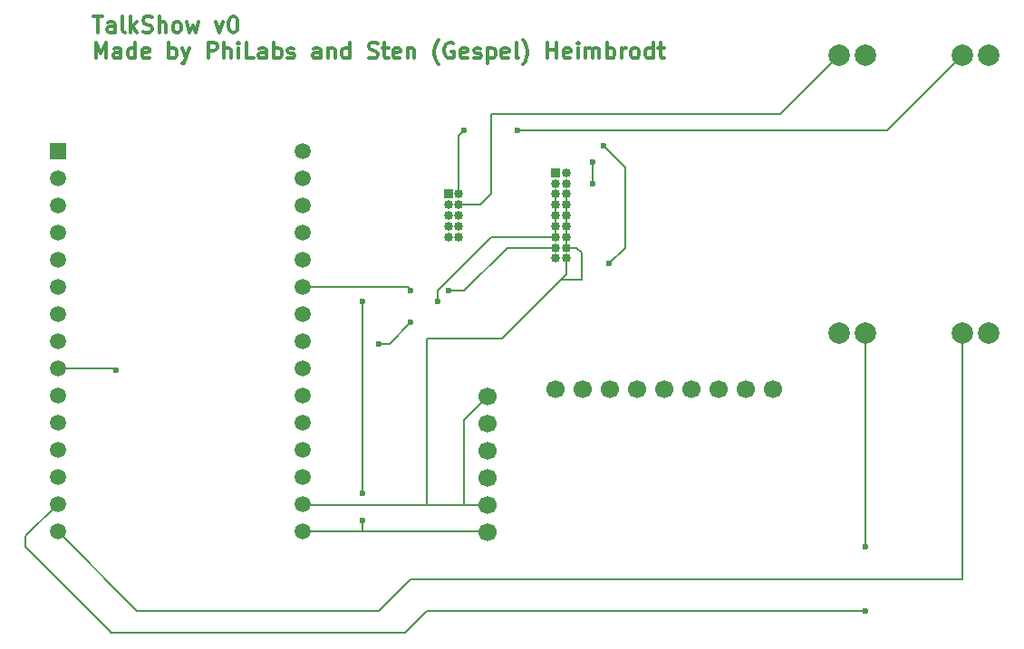
<source format=gbr>
%TF.GenerationSoftware,KiCad,Pcbnew,9.0.2*%
%TF.CreationDate,2025-07-06T16:22:29+02:00*%
%TF.ProjectId,TalkShow,54616c6b-5368-46f7-972e-6b696361645f,rev?*%
%TF.SameCoordinates,Original*%
%TF.FileFunction,Copper,L1,Top*%
%TF.FilePolarity,Positive*%
%FSLAX46Y46*%
G04 Gerber Fmt 4.6, Leading zero omitted, Abs format (unit mm)*
G04 Created by KiCad (PCBNEW 9.0.2) date 2025-07-06 16:22:29*
%MOMM*%
%LPD*%
G01*
G04 APERTURE LIST*
%ADD10C,0.300000*%
%TA.AperFunction,NonConductor*%
%ADD11C,0.300000*%
%TD*%
%TA.AperFunction,ComponentPad*%
%ADD12C,2.000000*%
%TD*%
%TA.AperFunction,ComponentPad*%
%ADD13R,0.850000X0.850000*%
%TD*%
%TA.AperFunction,ComponentPad*%
%ADD14C,0.850000*%
%TD*%
%TA.AperFunction,ComponentPad*%
%ADD15C,1.700000*%
%TD*%
%TA.AperFunction,ComponentPad*%
%ADD16C,1.500000*%
%TD*%
%TA.AperFunction,ComponentPad*%
%ADD17R,1.500000X1.500000*%
%TD*%
%TA.AperFunction,ViaPad*%
%ADD18C,0.600000*%
%TD*%
%TA.AperFunction,Conductor*%
%ADD19C,0.200000*%
%TD*%
G04 APERTURE END LIST*
D10*
D11*
X97840225Y-57385912D02*
X98697368Y-57385912D01*
X98268796Y-58885912D02*
X98268796Y-57385912D01*
X99840225Y-58885912D02*
X99840225Y-58100198D01*
X99840225Y-58100198D02*
X99768796Y-57957341D01*
X99768796Y-57957341D02*
X99625939Y-57885912D01*
X99625939Y-57885912D02*
X99340225Y-57885912D01*
X99340225Y-57885912D02*
X99197367Y-57957341D01*
X99840225Y-58814484D02*
X99697367Y-58885912D01*
X99697367Y-58885912D02*
X99340225Y-58885912D01*
X99340225Y-58885912D02*
X99197367Y-58814484D01*
X99197367Y-58814484D02*
X99125939Y-58671626D01*
X99125939Y-58671626D02*
X99125939Y-58528769D01*
X99125939Y-58528769D02*
X99197367Y-58385912D01*
X99197367Y-58385912D02*
X99340225Y-58314484D01*
X99340225Y-58314484D02*
X99697367Y-58314484D01*
X99697367Y-58314484D02*
X99840225Y-58243055D01*
X100768796Y-58885912D02*
X100625939Y-58814484D01*
X100625939Y-58814484D02*
X100554510Y-58671626D01*
X100554510Y-58671626D02*
X100554510Y-57385912D01*
X101340224Y-58885912D02*
X101340224Y-57385912D01*
X101483082Y-58314484D02*
X101911653Y-58885912D01*
X101911653Y-57885912D02*
X101340224Y-58457341D01*
X102483082Y-58814484D02*
X102697368Y-58885912D01*
X102697368Y-58885912D02*
X103054510Y-58885912D01*
X103054510Y-58885912D02*
X103197368Y-58814484D01*
X103197368Y-58814484D02*
X103268796Y-58743055D01*
X103268796Y-58743055D02*
X103340225Y-58600198D01*
X103340225Y-58600198D02*
X103340225Y-58457341D01*
X103340225Y-58457341D02*
X103268796Y-58314484D01*
X103268796Y-58314484D02*
X103197368Y-58243055D01*
X103197368Y-58243055D02*
X103054510Y-58171626D01*
X103054510Y-58171626D02*
X102768796Y-58100198D01*
X102768796Y-58100198D02*
X102625939Y-58028769D01*
X102625939Y-58028769D02*
X102554510Y-57957341D01*
X102554510Y-57957341D02*
X102483082Y-57814484D01*
X102483082Y-57814484D02*
X102483082Y-57671626D01*
X102483082Y-57671626D02*
X102554510Y-57528769D01*
X102554510Y-57528769D02*
X102625939Y-57457341D01*
X102625939Y-57457341D02*
X102768796Y-57385912D01*
X102768796Y-57385912D02*
X103125939Y-57385912D01*
X103125939Y-57385912D02*
X103340225Y-57457341D01*
X103983081Y-58885912D02*
X103983081Y-57385912D01*
X104625939Y-58885912D02*
X104625939Y-58100198D01*
X104625939Y-58100198D02*
X104554510Y-57957341D01*
X104554510Y-57957341D02*
X104411653Y-57885912D01*
X104411653Y-57885912D02*
X104197367Y-57885912D01*
X104197367Y-57885912D02*
X104054510Y-57957341D01*
X104054510Y-57957341D02*
X103983081Y-58028769D01*
X105554510Y-58885912D02*
X105411653Y-58814484D01*
X105411653Y-58814484D02*
X105340224Y-58743055D01*
X105340224Y-58743055D02*
X105268796Y-58600198D01*
X105268796Y-58600198D02*
X105268796Y-58171626D01*
X105268796Y-58171626D02*
X105340224Y-58028769D01*
X105340224Y-58028769D02*
X105411653Y-57957341D01*
X105411653Y-57957341D02*
X105554510Y-57885912D01*
X105554510Y-57885912D02*
X105768796Y-57885912D01*
X105768796Y-57885912D02*
X105911653Y-57957341D01*
X105911653Y-57957341D02*
X105983082Y-58028769D01*
X105983082Y-58028769D02*
X106054510Y-58171626D01*
X106054510Y-58171626D02*
X106054510Y-58600198D01*
X106054510Y-58600198D02*
X105983082Y-58743055D01*
X105983082Y-58743055D02*
X105911653Y-58814484D01*
X105911653Y-58814484D02*
X105768796Y-58885912D01*
X105768796Y-58885912D02*
X105554510Y-58885912D01*
X106554510Y-57885912D02*
X106840225Y-58885912D01*
X106840225Y-58885912D02*
X107125939Y-58171626D01*
X107125939Y-58171626D02*
X107411653Y-58885912D01*
X107411653Y-58885912D02*
X107697367Y-57885912D01*
X109268796Y-57885912D02*
X109625939Y-58885912D01*
X109625939Y-58885912D02*
X109983082Y-57885912D01*
X110840225Y-57385912D02*
X110983082Y-57385912D01*
X110983082Y-57385912D02*
X111125939Y-57457341D01*
X111125939Y-57457341D02*
X111197368Y-57528769D01*
X111197368Y-57528769D02*
X111268796Y-57671626D01*
X111268796Y-57671626D02*
X111340225Y-57957341D01*
X111340225Y-57957341D02*
X111340225Y-58314484D01*
X111340225Y-58314484D02*
X111268796Y-58600198D01*
X111268796Y-58600198D02*
X111197368Y-58743055D01*
X111197368Y-58743055D02*
X111125939Y-58814484D01*
X111125939Y-58814484D02*
X110983082Y-58885912D01*
X110983082Y-58885912D02*
X110840225Y-58885912D01*
X110840225Y-58885912D02*
X110697368Y-58814484D01*
X110697368Y-58814484D02*
X110625939Y-58743055D01*
X110625939Y-58743055D02*
X110554510Y-58600198D01*
X110554510Y-58600198D02*
X110483082Y-58314484D01*
X110483082Y-58314484D02*
X110483082Y-57957341D01*
X110483082Y-57957341D02*
X110554510Y-57671626D01*
X110554510Y-57671626D02*
X110625939Y-57528769D01*
X110625939Y-57528769D02*
X110697368Y-57457341D01*
X110697368Y-57457341D02*
X110840225Y-57385912D01*
X98054510Y-61300828D02*
X98054510Y-59800828D01*
X98054510Y-59800828D02*
X98554510Y-60872257D01*
X98554510Y-60872257D02*
X99054510Y-59800828D01*
X99054510Y-59800828D02*
X99054510Y-61300828D01*
X100411654Y-61300828D02*
X100411654Y-60515114D01*
X100411654Y-60515114D02*
X100340225Y-60372257D01*
X100340225Y-60372257D02*
X100197368Y-60300828D01*
X100197368Y-60300828D02*
X99911654Y-60300828D01*
X99911654Y-60300828D02*
X99768796Y-60372257D01*
X100411654Y-61229400D02*
X100268796Y-61300828D01*
X100268796Y-61300828D02*
X99911654Y-61300828D01*
X99911654Y-61300828D02*
X99768796Y-61229400D01*
X99768796Y-61229400D02*
X99697368Y-61086542D01*
X99697368Y-61086542D02*
X99697368Y-60943685D01*
X99697368Y-60943685D02*
X99768796Y-60800828D01*
X99768796Y-60800828D02*
X99911654Y-60729400D01*
X99911654Y-60729400D02*
X100268796Y-60729400D01*
X100268796Y-60729400D02*
X100411654Y-60657971D01*
X101768797Y-61300828D02*
X101768797Y-59800828D01*
X101768797Y-61229400D02*
X101625939Y-61300828D01*
X101625939Y-61300828D02*
X101340225Y-61300828D01*
X101340225Y-61300828D02*
X101197368Y-61229400D01*
X101197368Y-61229400D02*
X101125939Y-61157971D01*
X101125939Y-61157971D02*
X101054511Y-61015114D01*
X101054511Y-61015114D02*
X101054511Y-60586542D01*
X101054511Y-60586542D02*
X101125939Y-60443685D01*
X101125939Y-60443685D02*
X101197368Y-60372257D01*
X101197368Y-60372257D02*
X101340225Y-60300828D01*
X101340225Y-60300828D02*
X101625939Y-60300828D01*
X101625939Y-60300828D02*
X101768797Y-60372257D01*
X103054511Y-61229400D02*
X102911654Y-61300828D01*
X102911654Y-61300828D02*
X102625940Y-61300828D01*
X102625940Y-61300828D02*
X102483082Y-61229400D01*
X102483082Y-61229400D02*
X102411654Y-61086542D01*
X102411654Y-61086542D02*
X102411654Y-60515114D01*
X102411654Y-60515114D02*
X102483082Y-60372257D01*
X102483082Y-60372257D02*
X102625940Y-60300828D01*
X102625940Y-60300828D02*
X102911654Y-60300828D01*
X102911654Y-60300828D02*
X103054511Y-60372257D01*
X103054511Y-60372257D02*
X103125940Y-60515114D01*
X103125940Y-60515114D02*
X103125940Y-60657971D01*
X103125940Y-60657971D02*
X102411654Y-60800828D01*
X104911653Y-61300828D02*
X104911653Y-59800828D01*
X104911653Y-60372257D02*
X105054511Y-60300828D01*
X105054511Y-60300828D02*
X105340225Y-60300828D01*
X105340225Y-60300828D02*
X105483082Y-60372257D01*
X105483082Y-60372257D02*
X105554511Y-60443685D01*
X105554511Y-60443685D02*
X105625939Y-60586542D01*
X105625939Y-60586542D02*
X105625939Y-61015114D01*
X105625939Y-61015114D02*
X105554511Y-61157971D01*
X105554511Y-61157971D02*
X105483082Y-61229400D01*
X105483082Y-61229400D02*
X105340225Y-61300828D01*
X105340225Y-61300828D02*
X105054511Y-61300828D01*
X105054511Y-61300828D02*
X104911653Y-61229400D01*
X106125939Y-60300828D02*
X106483082Y-61300828D01*
X106840225Y-60300828D02*
X106483082Y-61300828D01*
X106483082Y-61300828D02*
X106340225Y-61657971D01*
X106340225Y-61657971D02*
X106268796Y-61729400D01*
X106268796Y-61729400D02*
X106125939Y-61800828D01*
X108554510Y-61300828D02*
X108554510Y-59800828D01*
X108554510Y-59800828D02*
X109125939Y-59800828D01*
X109125939Y-59800828D02*
X109268796Y-59872257D01*
X109268796Y-59872257D02*
X109340225Y-59943685D01*
X109340225Y-59943685D02*
X109411653Y-60086542D01*
X109411653Y-60086542D02*
X109411653Y-60300828D01*
X109411653Y-60300828D02*
X109340225Y-60443685D01*
X109340225Y-60443685D02*
X109268796Y-60515114D01*
X109268796Y-60515114D02*
X109125939Y-60586542D01*
X109125939Y-60586542D02*
X108554510Y-60586542D01*
X110054510Y-61300828D02*
X110054510Y-59800828D01*
X110697368Y-61300828D02*
X110697368Y-60515114D01*
X110697368Y-60515114D02*
X110625939Y-60372257D01*
X110625939Y-60372257D02*
X110483082Y-60300828D01*
X110483082Y-60300828D02*
X110268796Y-60300828D01*
X110268796Y-60300828D02*
X110125939Y-60372257D01*
X110125939Y-60372257D02*
X110054510Y-60443685D01*
X111411653Y-61300828D02*
X111411653Y-60300828D01*
X111411653Y-59800828D02*
X111340225Y-59872257D01*
X111340225Y-59872257D02*
X111411653Y-59943685D01*
X111411653Y-59943685D02*
X111483082Y-59872257D01*
X111483082Y-59872257D02*
X111411653Y-59800828D01*
X111411653Y-59800828D02*
X111411653Y-59943685D01*
X112840225Y-61300828D02*
X112125939Y-61300828D01*
X112125939Y-61300828D02*
X112125939Y-59800828D01*
X113983083Y-61300828D02*
X113983083Y-60515114D01*
X113983083Y-60515114D02*
X113911654Y-60372257D01*
X113911654Y-60372257D02*
X113768797Y-60300828D01*
X113768797Y-60300828D02*
X113483083Y-60300828D01*
X113483083Y-60300828D02*
X113340225Y-60372257D01*
X113983083Y-61229400D02*
X113840225Y-61300828D01*
X113840225Y-61300828D02*
X113483083Y-61300828D01*
X113483083Y-61300828D02*
X113340225Y-61229400D01*
X113340225Y-61229400D02*
X113268797Y-61086542D01*
X113268797Y-61086542D02*
X113268797Y-60943685D01*
X113268797Y-60943685D02*
X113340225Y-60800828D01*
X113340225Y-60800828D02*
X113483083Y-60729400D01*
X113483083Y-60729400D02*
X113840225Y-60729400D01*
X113840225Y-60729400D02*
X113983083Y-60657971D01*
X114697368Y-61300828D02*
X114697368Y-59800828D01*
X114697368Y-60372257D02*
X114840226Y-60300828D01*
X114840226Y-60300828D02*
X115125940Y-60300828D01*
X115125940Y-60300828D02*
X115268797Y-60372257D01*
X115268797Y-60372257D02*
X115340226Y-60443685D01*
X115340226Y-60443685D02*
X115411654Y-60586542D01*
X115411654Y-60586542D02*
X115411654Y-61015114D01*
X115411654Y-61015114D02*
X115340226Y-61157971D01*
X115340226Y-61157971D02*
X115268797Y-61229400D01*
X115268797Y-61229400D02*
X115125940Y-61300828D01*
X115125940Y-61300828D02*
X114840226Y-61300828D01*
X114840226Y-61300828D02*
X114697368Y-61229400D01*
X115983083Y-61229400D02*
X116125940Y-61300828D01*
X116125940Y-61300828D02*
X116411654Y-61300828D01*
X116411654Y-61300828D02*
X116554511Y-61229400D01*
X116554511Y-61229400D02*
X116625940Y-61086542D01*
X116625940Y-61086542D02*
X116625940Y-61015114D01*
X116625940Y-61015114D02*
X116554511Y-60872257D01*
X116554511Y-60872257D02*
X116411654Y-60800828D01*
X116411654Y-60800828D02*
X116197369Y-60800828D01*
X116197369Y-60800828D02*
X116054511Y-60729400D01*
X116054511Y-60729400D02*
X115983083Y-60586542D01*
X115983083Y-60586542D02*
X115983083Y-60515114D01*
X115983083Y-60515114D02*
X116054511Y-60372257D01*
X116054511Y-60372257D02*
X116197369Y-60300828D01*
X116197369Y-60300828D02*
X116411654Y-60300828D01*
X116411654Y-60300828D02*
X116554511Y-60372257D01*
X119054512Y-61300828D02*
X119054512Y-60515114D01*
X119054512Y-60515114D02*
X118983083Y-60372257D01*
X118983083Y-60372257D02*
X118840226Y-60300828D01*
X118840226Y-60300828D02*
X118554512Y-60300828D01*
X118554512Y-60300828D02*
X118411654Y-60372257D01*
X119054512Y-61229400D02*
X118911654Y-61300828D01*
X118911654Y-61300828D02*
X118554512Y-61300828D01*
X118554512Y-61300828D02*
X118411654Y-61229400D01*
X118411654Y-61229400D02*
X118340226Y-61086542D01*
X118340226Y-61086542D02*
X118340226Y-60943685D01*
X118340226Y-60943685D02*
X118411654Y-60800828D01*
X118411654Y-60800828D02*
X118554512Y-60729400D01*
X118554512Y-60729400D02*
X118911654Y-60729400D01*
X118911654Y-60729400D02*
X119054512Y-60657971D01*
X119768797Y-60300828D02*
X119768797Y-61300828D01*
X119768797Y-60443685D02*
X119840226Y-60372257D01*
X119840226Y-60372257D02*
X119983083Y-60300828D01*
X119983083Y-60300828D02*
X120197369Y-60300828D01*
X120197369Y-60300828D02*
X120340226Y-60372257D01*
X120340226Y-60372257D02*
X120411655Y-60515114D01*
X120411655Y-60515114D02*
X120411655Y-61300828D01*
X121768798Y-61300828D02*
X121768798Y-59800828D01*
X121768798Y-61229400D02*
X121625940Y-61300828D01*
X121625940Y-61300828D02*
X121340226Y-61300828D01*
X121340226Y-61300828D02*
X121197369Y-61229400D01*
X121197369Y-61229400D02*
X121125940Y-61157971D01*
X121125940Y-61157971D02*
X121054512Y-61015114D01*
X121054512Y-61015114D02*
X121054512Y-60586542D01*
X121054512Y-60586542D02*
X121125940Y-60443685D01*
X121125940Y-60443685D02*
X121197369Y-60372257D01*
X121197369Y-60372257D02*
X121340226Y-60300828D01*
X121340226Y-60300828D02*
X121625940Y-60300828D01*
X121625940Y-60300828D02*
X121768798Y-60372257D01*
X123554512Y-61229400D02*
X123768798Y-61300828D01*
X123768798Y-61300828D02*
X124125940Y-61300828D01*
X124125940Y-61300828D02*
X124268798Y-61229400D01*
X124268798Y-61229400D02*
X124340226Y-61157971D01*
X124340226Y-61157971D02*
X124411655Y-61015114D01*
X124411655Y-61015114D02*
X124411655Y-60872257D01*
X124411655Y-60872257D02*
X124340226Y-60729400D01*
X124340226Y-60729400D02*
X124268798Y-60657971D01*
X124268798Y-60657971D02*
X124125940Y-60586542D01*
X124125940Y-60586542D02*
X123840226Y-60515114D01*
X123840226Y-60515114D02*
X123697369Y-60443685D01*
X123697369Y-60443685D02*
X123625940Y-60372257D01*
X123625940Y-60372257D02*
X123554512Y-60229400D01*
X123554512Y-60229400D02*
X123554512Y-60086542D01*
X123554512Y-60086542D02*
X123625940Y-59943685D01*
X123625940Y-59943685D02*
X123697369Y-59872257D01*
X123697369Y-59872257D02*
X123840226Y-59800828D01*
X123840226Y-59800828D02*
X124197369Y-59800828D01*
X124197369Y-59800828D02*
X124411655Y-59872257D01*
X124840226Y-60300828D02*
X125411654Y-60300828D01*
X125054511Y-59800828D02*
X125054511Y-61086542D01*
X125054511Y-61086542D02*
X125125940Y-61229400D01*
X125125940Y-61229400D02*
X125268797Y-61300828D01*
X125268797Y-61300828D02*
X125411654Y-61300828D01*
X126483083Y-61229400D02*
X126340226Y-61300828D01*
X126340226Y-61300828D02*
X126054512Y-61300828D01*
X126054512Y-61300828D02*
X125911654Y-61229400D01*
X125911654Y-61229400D02*
X125840226Y-61086542D01*
X125840226Y-61086542D02*
X125840226Y-60515114D01*
X125840226Y-60515114D02*
X125911654Y-60372257D01*
X125911654Y-60372257D02*
X126054512Y-60300828D01*
X126054512Y-60300828D02*
X126340226Y-60300828D01*
X126340226Y-60300828D02*
X126483083Y-60372257D01*
X126483083Y-60372257D02*
X126554512Y-60515114D01*
X126554512Y-60515114D02*
X126554512Y-60657971D01*
X126554512Y-60657971D02*
X125840226Y-60800828D01*
X127197368Y-60300828D02*
X127197368Y-61300828D01*
X127197368Y-60443685D02*
X127268797Y-60372257D01*
X127268797Y-60372257D02*
X127411654Y-60300828D01*
X127411654Y-60300828D02*
X127625940Y-60300828D01*
X127625940Y-60300828D02*
X127768797Y-60372257D01*
X127768797Y-60372257D02*
X127840226Y-60515114D01*
X127840226Y-60515114D02*
X127840226Y-61300828D01*
X130125940Y-61872257D02*
X130054511Y-61800828D01*
X130054511Y-61800828D02*
X129911654Y-61586542D01*
X129911654Y-61586542D02*
X129840226Y-61443685D01*
X129840226Y-61443685D02*
X129768797Y-61229400D01*
X129768797Y-61229400D02*
X129697368Y-60872257D01*
X129697368Y-60872257D02*
X129697368Y-60586542D01*
X129697368Y-60586542D02*
X129768797Y-60229400D01*
X129768797Y-60229400D02*
X129840226Y-60015114D01*
X129840226Y-60015114D02*
X129911654Y-59872257D01*
X129911654Y-59872257D02*
X130054511Y-59657971D01*
X130054511Y-59657971D02*
X130125940Y-59586542D01*
X131483083Y-59872257D02*
X131340226Y-59800828D01*
X131340226Y-59800828D02*
X131125940Y-59800828D01*
X131125940Y-59800828D02*
X130911654Y-59872257D01*
X130911654Y-59872257D02*
X130768797Y-60015114D01*
X130768797Y-60015114D02*
X130697368Y-60157971D01*
X130697368Y-60157971D02*
X130625940Y-60443685D01*
X130625940Y-60443685D02*
X130625940Y-60657971D01*
X130625940Y-60657971D02*
X130697368Y-60943685D01*
X130697368Y-60943685D02*
X130768797Y-61086542D01*
X130768797Y-61086542D02*
X130911654Y-61229400D01*
X130911654Y-61229400D02*
X131125940Y-61300828D01*
X131125940Y-61300828D02*
X131268797Y-61300828D01*
X131268797Y-61300828D02*
X131483083Y-61229400D01*
X131483083Y-61229400D02*
X131554511Y-61157971D01*
X131554511Y-61157971D02*
X131554511Y-60657971D01*
X131554511Y-60657971D02*
X131268797Y-60657971D01*
X132768797Y-61229400D02*
X132625940Y-61300828D01*
X132625940Y-61300828D02*
X132340226Y-61300828D01*
X132340226Y-61300828D02*
X132197368Y-61229400D01*
X132197368Y-61229400D02*
X132125940Y-61086542D01*
X132125940Y-61086542D02*
X132125940Y-60515114D01*
X132125940Y-60515114D02*
X132197368Y-60372257D01*
X132197368Y-60372257D02*
X132340226Y-60300828D01*
X132340226Y-60300828D02*
X132625940Y-60300828D01*
X132625940Y-60300828D02*
X132768797Y-60372257D01*
X132768797Y-60372257D02*
X132840226Y-60515114D01*
X132840226Y-60515114D02*
X132840226Y-60657971D01*
X132840226Y-60657971D02*
X132125940Y-60800828D01*
X133411654Y-61229400D02*
X133554511Y-61300828D01*
X133554511Y-61300828D02*
X133840225Y-61300828D01*
X133840225Y-61300828D02*
X133983082Y-61229400D01*
X133983082Y-61229400D02*
X134054511Y-61086542D01*
X134054511Y-61086542D02*
X134054511Y-61015114D01*
X134054511Y-61015114D02*
X133983082Y-60872257D01*
X133983082Y-60872257D02*
X133840225Y-60800828D01*
X133840225Y-60800828D02*
X133625940Y-60800828D01*
X133625940Y-60800828D02*
X133483082Y-60729400D01*
X133483082Y-60729400D02*
X133411654Y-60586542D01*
X133411654Y-60586542D02*
X133411654Y-60515114D01*
X133411654Y-60515114D02*
X133483082Y-60372257D01*
X133483082Y-60372257D02*
X133625940Y-60300828D01*
X133625940Y-60300828D02*
X133840225Y-60300828D01*
X133840225Y-60300828D02*
X133983082Y-60372257D01*
X134697368Y-60300828D02*
X134697368Y-61800828D01*
X134697368Y-60372257D02*
X134840226Y-60300828D01*
X134840226Y-60300828D02*
X135125940Y-60300828D01*
X135125940Y-60300828D02*
X135268797Y-60372257D01*
X135268797Y-60372257D02*
X135340226Y-60443685D01*
X135340226Y-60443685D02*
X135411654Y-60586542D01*
X135411654Y-60586542D02*
X135411654Y-61015114D01*
X135411654Y-61015114D02*
X135340226Y-61157971D01*
X135340226Y-61157971D02*
X135268797Y-61229400D01*
X135268797Y-61229400D02*
X135125940Y-61300828D01*
X135125940Y-61300828D02*
X134840226Y-61300828D01*
X134840226Y-61300828D02*
X134697368Y-61229400D01*
X136625940Y-61229400D02*
X136483083Y-61300828D01*
X136483083Y-61300828D02*
X136197369Y-61300828D01*
X136197369Y-61300828D02*
X136054511Y-61229400D01*
X136054511Y-61229400D02*
X135983083Y-61086542D01*
X135983083Y-61086542D02*
X135983083Y-60515114D01*
X135983083Y-60515114D02*
X136054511Y-60372257D01*
X136054511Y-60372257D02*
X136197369Y-60300828D01*
X136197369Y-60300828D02*
X136483083Y-60300828D01*
X136483083Y-60300828D02*
X136625940Y-60372257D01*
X136625940Y-60372257D02*
X136697369Y-60515114D01*
X136697369Y-60515114D02*
X136697369Y-60657971D01*
X136697369Y-60657971D02*
X135983083Y-60800828D01*
X137554511Y-61300828D02*
X137411654Y-61229400D01*
X137411654Y-61229400D02*
X137340225Y-61086542D01*
X137340225Y-61086542D02*
X137340225Y-59800828D01*
X137983082Y-61872257D02*
X138054511Y-61800828D01*
X138054511Y-61800828D02*
X138197368Y-61586542D01*
X138197368Y-61586542D02*
X138268797Y-61443685D01*
X138268797Y-61443685D02*
X138340225Y-61229400D01*
X138340225Y-61229400D02*
X138411654Y-60872257D01*
X138411654Y-60872257D02*
X138411654Y-60586542D01*
X138411654Y-60586542D02*
X138340225Y-60229400D01*
X138340225Y-60229400D02*
X138268797Y-60015114D01*
X138268797Y-60015114D02*
X138197368Y-59872257D01*
X138197368Y-59872257D02*
X138054511Y-59657971D01*
X138054511Y-59657971D02*
X137983082Y-59586542D01*
X140268796Y-61300828D02*
X140268796Y-59800828D01*
X140268796Y-60515114D02*
X141125939Y-60515114D01*
X141125939Y-61300828D02*
X141125939Y-59800828D01*
X142411654Y-61229400D02*
X142268797Y-61300828D01*
X142268797Y-61300828D02*
X141983083Y-61300828D01*
X141983083Y-61300828D02*
X141840225Y-61229400D01*
X141840225Y-61229400D02*
X141768797Y-61086542D01*
X141768797Y-61086542D02*
X141768797Y-60515114D01*
X141768797Y-60515114D02*
X141840225Y-60372257D01*
X141840225Y-60372257D02*
X141983083Y-60300828D01*
X141983083Y-60300828D02*
X142268797Y-60300828D01*
X142268797Y-60300828D02*
X142411654Y-60372257D01*
X142411654Y-60372257D02*
X142483083Y-60515114D01*
X142483083Y-60515114D02*
X142483083Y-60657971D01*
X142483083Y-60657971D02*
X141768797Y-60800828D01*
X143125939Y-61300828D02*
X143125939Y-60300828D01*
X143125939Y-59800828D02*
X143054511Y-59872257D01*
X143054511Y-59872257D02*
X143125939Y-59943685D01*
X143125939Y-59943685D02*
X143197368Y-59872257D01*
X143197368Y-59872257D02*
X143125939Y-59800828D01*
X143125939Y-59800828D02*
X143125939Y-59943685D01*
X143840225Y-61300828D02*
X143840225Y-60300828D01*
X143840225Y-60443685D02*
X143911654Y-60372257D01*
X143911654Y-60372257D02*
X144054511Y-60300828D01*
X144054511Y-60300828D02*
X144268797Y-60300828D01*
X144268797Y-60300828D02*
X144411654Y-60372257D01*
X144411654Y-60372257D02*
X144483083Y-60515114D01*
X144483083Y-60515114D02*
X144483083Y-61300828D01*
X144483083Y-60515114D02*
X144554511Y-60372257D01*
X144554511Y-60372257D02*
X144697368Y-60300828D01*
X144697368Y-60300828D02*
X144911654Y-60300828D01*
X144911654Y-60300828D02*
X145054511Y-60372257D01*
X145054511Y-60372257D02*
X145125940Y-60515114D01*
X145125940Y-60515114D02*
X145125940Y-61300828D01*
X145840225Y-61300828D02*
X145840225Y-59800828D01*
X145840225Y-60372257D02*
X145983083Y-60300828D01*
X145983083Y-60300828D02*
X146268797Y-60300828D01*
X146268797Y-60300828D02*
X146411654Y-60372257D01*
X146411654Y-60372257D02*
X146483083Y-60443685D01*
X146483083Y-60443685D02*
X146554511Y-60586542D01*
X146554511Y-60586542D02*
X146554511Y-61015114D01*
X146554511Y-61015114D02*
X146483083Y-61157971D01*
X146483083Y-61157971D02*
X146411654Y-61229400D01*
X146411654Y-61229400D02*
X146268797Y-61300828D01*
X146268797Y-61300828D02*
X145983083Y-61300828D01*
X145983083Y-61300828D02*
X145840225Y-61229400D01*
X147197368Y-61300828D02*
X147197368Y-60300828D01*
X147197368Y-60586542D02*
X147268797Y-60443685D01*
X147268797Y-60443685D02*
X147340226Y-60372257D01*
X147340226Y-60372257D02*
X147483083Y-60300828D01*
X147483083Y-60300828D02*
X147625940Y-60300828D01*
X148340225Y-61300828D02*
X148197368Y-61229400D01*
X148197368Y-61229400D02*
X148125939Y-61157971D01*
X148125939Y-61157971D02*
X148054511Y-61015114D01*
X148054511Y-61015114D02*
X148054511Y-60586542D01*
X148054511Y-60586542D02*
X148125939Y-60443685D01*
X148125939Y-60443685D02*
X148197368Y-60372257D01*
X148197368Y-60372257D02*
X148340225Y-60300828D01*
X148340225Y-60300828D02*
X148554511Y-60300828D01*
X148554511Y-60300828D02*
X148697368Y-60372257D01*
X148697368Y-60372257D02*
X148768797Y-60443685D01*
X148768797Y-60443685D02*
X148840225Y-60586542D01*
X148840225Y-60586542D02*
X148840225Y-61015114D01*
X148840225Y-61015114D02*
X148768797Y-61157971D01*
X148768797Y-61157971D02*
X148697368Y-61229400D01*
X148697368Y-61229400D02*
X148554511Y-61300828D01*
X148554511Y-61300828D02*
X148340225Y-61300828D01*
X150125940Y-61300828D02*
X150125940Y-59800828D01*
X150125940Y-61229400D02*
X149983082Y-61300828D01*
X149983082Y-61300828D02*
X149697368Y-61300828D01*
X149697368Y-61300828D02*
X149554511Y-61229400D01*
X149554511Y-61229400D02*
X149483082Y-61157971D01*
X149483082Y-61157971D02*
X149411654Y-61015114D01*
X149411654Y-61015114D02*
X149411654Y-60586542D01*
X149411654Y-60586542D02*
X149483082Y-60443685D01*
X149483082Y-60443685D02*
X149554511Y-60372257D01*
X149554511Y-60372257D02*
X149697368Y-60300828D01*
X149697368Y-60300828D02*
X149983082Y-60300828D01*
X149983082Y-60300828D02*
X150125940Y-60372257D01*
X150625940Y-60300828D02*
X151197368Y-60300828D01*
X150840225Y-59800828D02*
X150840225Y-61086542D01*
X150840225Y-61086542D02*
X150911654Y-61229400D01*
X150911654Y-61229400D02*
X151054511Y-61300828D01*
X151054511Y-61300828D02*
X151197368Y-61300828D01*
D12*
%TO.P,REF\u002A\u002A,1*%
%TO.N,N/C*%
X167500000Y-61000000D03*
X167500000Y-87000000D03*
X170000000Y-61000000D03*
X170000000Y-87000000D03*
X179000000Y-61000000D03*
X179000000Y-87000000D03*
X181500000Y-61000000D03*
X181500000Y-87000000D03*
%TD*%
D13*
%TO.P,REF\u002A\u002A,1*%
%TO.N,N/C*%
X141000000Y-72000000D03*
D14*
%TO.P,REF\u002A\u002A,2*%
X142000000Y-72000000D03*
%TO.P,REF\u002A\u002A,3*%
X141000000Y-73000000D03*
%TO.P,REF\u002A\u002A,4*%
X142000000Y-73000000D03*
%TO.P,REF\u002A\u002A,5*%
X141000000Y-74000000D03*
%TO.P,REF\u002A\u002A,6*%
X142000000Y-74000000D03*
%TO.P,REF\u002A\u002A,7*%
X141000000Y-75000000D03*
%TO.P,REF\u002A\u002A,8*%
X142000000Y-75000000D03*
%TO.P,REF\u002A\u002A,9*%
X141000000Y-76000000D03*
%TO.P,REF\u002A\u002A,10*%
X142000000Y-76000000D03*
%TO.P,REF\u002A\u002A,11*%
X141000000Y-77000000D03*
%TO.P,REF\u002A\u002A,12*%
X142000000Y-77000000D03*
%TO.P,REF\u002A\u002A,13*%
X141000000Y-78000000D03*
%TO.P,REF\u002A\u002A,14*%
X142000000Y-78000000D03*
%TO.P,REF\u002A\u002A,15*%
X141000000Y-79000000D03*
%TO.P,REF\u002A\u002A,16*%
X142000000Y-79000000D03*
%TO.P,REF\u002A\u002A,17*%
X141000000Y-80000000D03*
%TO.P,REF\u002A\u002A,18*%
X142000000Y-80000000D03*
%TD*%
D13*
%TO.P,REF\u002A\u002A,1*%
%TO.N,N/C*%
X131000000Y-74000000D03*
D14*
%TO.P,REF\u002A\u002A,2*%
X132000000Y-74000000D03*
%TO.P,REF\u002A\u002A,3*%
X131000000Y-75000000D03*
%TO.P,REF\u002A\u002A,4*%
X132000000Y-75000000D03*
%TO.P,REF\u002A\u002A,5*%
X131000000Y-76000000D03*
%TO.P,REF\u002A\u002A,6*%
X132000000Y-76000000D03*
%TO.P,REF\u002A\u002A,7*%
X131000000Y-77000000D03*
%TO.P,REF\u002A\u002A,8*%
X132000000Y-77000000D03*
%TO.P,REF\u002A\u002A,9*%
X131000000Y-78000000D03*
%TO.P,REF\u002A\u002A,10*%
X132000000Y-78000000D03*
%TD*%
D15*
%TO.P,REF\u002A\u002A,6*%
%TO.N,N/C*%
X134695000Y-105600000D03*
%TO.P,REF\u002A\u002A,5*%
X134695000Y-103060000D03*
%TO.P,REF\u002A\u002A,4*%
X134695000Y-100520000D03*
%TO.P,REF\u002A\u002A,3*%
X134695000Y-97980000D03*
%TO.P,REF\u002A\u002A,2*%
X134695000Y-95440000D03*
%TO.P,REF\u002A\u002A,1*%
X134695000Y-92900000D03*
%TO.P,REF\u002A\u002A,7*%
X161365000Y-92265000D03*
%TO.P,REF\u002A\u002A,8*%
X158825000Y-92265000D03*
%TO.P,REF\u002A\u002A,9*%
X156285000Y-92265000D03*
%TO.P,REF\u002A\u002A,10*%
X153745000Y-92265000D03*
%TO.P,REF\u002A\u002A,11*%
X151205000Y-92265000D03*
%TO.P,REF\u002A\u002A,12*%
X148665000Y-92265000D03*
%TO.P,REF\u002A\u002A,13*%
X146125000Y-92265000D03*
%TO.P,REF\u002A\u002A,14*%
X143585000Y-92265000D03*
%TO.P,REF\u002A\u002A,15*%
X141045000Y-92265000D03*
%TD*%
D16*
%TO.P,REF\u002A\u002A,30*%
%TO.N,N/C*%
X117360000Y-70000000D03*
%TO.P,REF\u002A\u002A,29*%
X117360000Y-72540000D03*
%TO.P,REF\u002A\u002A,28*%
X117360000Y-75080000D03*
%TO.P,REF\u002A\u002A,27*%
X117360000Y-77620000D03*
%TO.P,REF\u002A\u002A,26*%
X117360000Y-80160000D03*
%TO.P,REF\u002A\u002A,25*%
X117360000Y-82700000D03*
%TO.P,REF\u002A\u002A,24*%
X117360000Y-85240000D03*
%TO.P,REF\u002A\u002A,23*%
X117360000Y-87780000D03*
%TO.P,REF\u002A\u002A,22*%
X117360000Y-90320000D03*
%TO.P,REF\u002A\u002A,21*%
X117360000Y-92860000D03*
%TO.P,REF\u002A\u002A,20*%
X117360000Y-95400000D03*
%TO.P,REF\u002A\u002A,19*%
X117360000Y-97940000D03*
%TO.P,REF\u002A\u002A,18*%
X117360000Y-100480000D03*
%TO.P,REF\u002A\u002A,17*%
X117360000Y-103020000D03*
%TO.P,REF\u002A\u002A,16*%
X117360000Y-105560000D03*
%TO.P,REF\u002A\u002A,15*%
X94500000Y-105560000D03*
%TO.P,REF\u002A\u002A,14*%
X94500000Y-103020000D03*
%TO.P,REF\u002A\u002A,13*%
X94500000Y-100480000D03*
%TO.P,REF\u002A\u002A,12*%
X94500000Y-97940000D03*
%TO.P,REF\u002A\u002A,11*%
X94500000Y-95400000D03*
%TO.P,REF\u002A\u002A,10*%
X94500000Y-92860000D03*
%TO.P,REF\u002A\u002A,9*%
X94500000Y-90320000D03*
%TO.P,REF\u002A\u002A,8*%
X94500000Y-87780000D03*
%TO.P,REF\u002A\u002A,7*%
X94500000Y-85240000D03*
%TO.P,REF\u002A\u002A,6*%
X94500000Y-82700000D03*
%TO.P,REF\u002A\u002A,5*%
X94500000Y-80160000D03*
%TO.P,REF\u002A\u002A,4*%
X94500000Y-77620000D03*
%TO.P,REF\u002A\u002A,3*%
X94500000Y-75080000D03*
%TO.P,REF\u002A\u002A,2*%
X94500000Y-72540000D03*
D17*
%TO.P,REF\u002A\u002A,1*%
X94500000Y-70000000D03*
%TD*%
D18*
%TO.N,*%
X170000000Y-113000000D03*
X170000000Y-107000000D03*
X132500000Y-68000000D03*
X137500000Y-68000000D03*
X123000000Y-104500000D03*
X130000000Y-84000000D03*
X123000000Y-84000000D03*
X123000000Y-102000000D03*
X131000000Y-83000000D03*
X127500000Y-83000000D03*
X127500000Y-86000000D03*
X124500000Y-88000000D03*
X145500000Y-69500000D03*
X146000000Y-80500000D03*
X144500000Y-71000000D03*
X144500000Y-73000000D03*
X100000000Y-90500000D03*
%TD*%
D19*
%TO.N,*%
X91520000Y-106000000D02*
X94500000Y-103020000D01*
X91500000Y-106000000D02*
X91520000Y-106000000D01*
X99500000Y-115000000D02*
X91500000Y-107000000D01*
X91500000Y-107000000D02*
X91500000Y-106000000D01*
X99500000Y-115000000D02*
X99480000Y-115000000D01*
X127000000Y-115000000D02*
X99500000Y-115000000D01*
X129000000Y-113000000D02*
X127000000Y-115000000D01*
X170000000Y-113000000D02*
X129000000Y-113000000D01*
X170000000Y-87000000D02*
X170000000Y-107000000D01*
X101940000Y-113000000D02*
X94500000Y-105560000D01*
X124500000Y-113000000D02*
X101940000Y-113000000D01*
X127500000Y-110000000D02*
X124500000Y-113000000D01*
X179000000Y-110000000D02*
X127500000Y-110000000D01*
X179000000Y-87000000D02*
X179000000Y-110000000D01*
X132000000Y-68500000D02*
X132000000Y-74000000D01*
X132500000Y-68000000D02*
X132000000Y-68500000D01*
X159000000Y-68000000D02*
X137500000Y-68000000D01*
X172000000Y-68000000D02*
X159000000Y-68000000D01*
X179000000Y-61000000D02*
X172000000Y-68000000D01*
X135000000Y-74000000D02*
X134000000Y-75000000D01*
X135000000Y-66500000D02*
X135000000Y-74000000D01*
X134000000Y-75000000D02*
X132000000Y-75000000D01*
X162000000Y-66500000D02*
X135000000Y-66500000D01*
X167500000Y-61000000D02*
X162000000Y-66500000D01*
X123000000Y-104500000D02*
X123000000Y-105560000D01*
X123000000Y-105560000D02*
X134655000Y-105560000D01*
X123000000Y-84000000D02*
X123000000Y-102000000D01*
X130000000Y-83000000D02*
X130000000Y-84000000D01*
X135000000Y-78000000D02*
X130000000Y-83000000D01*
X141000000Y-78000000D02*
X135000000Y-78000000D01*
X142000000Y-74000000D02*
X142000000Y-79000000D01*
X141000000Y-74000000D02*
X141000000Y-78000000D01*
X141500000Y-82000000D02*
X142000000Y-81500000D01*
X143500000Y-79500000D02*
X143500000Y-82000000D01*
X143000000Y-79000000D02*
X143500000Y-79500000D01*
X142000000Y-79000000D02*
X143000000Y-79000000D01*
X143500000Y-82000000D02*
X141500000Y-82000000D01*
X136500000Y-79000000D02*
X141000000Y-79000000D01*
X132500000Y-83000000D02*
X136500000Y-79000000D01*
X131000000Y-83000000D02*
X132500000Y-83000000D01*
X127200000Y-82700000D02*
X127500000Y-83000000D01*
X117360000Y-82700000D02*
X127200000Y-82700000D01*
X136000000Y-87500000D02*
X141500000Y-82000000D01*
X129000000Y-87500000D02*
X136000000Y-87500000D01*
X129000000Y-87500000D02*
X129000000Y-103060000D01*
X142000000Y-81500000D02*
X142000000Y-80000000D01*
X125500000Y-88000000D02*
X127500000Y-86000000D01*
X124500000Y-88000000D02*
X125500000Y-88000000D01*
X147500000Y-71500000D02*
X145500000Y-69500000D01*
X147500000Y-79000000D02*
X147500000Y-71500000D01*
X146000000Y-80500000D02*
X147500000Y-79000000D01*
X144500000Y-73000000D02*
X144500000Y-71000000D01*
X94500000Y-90320000D02*
X99820000Y-90320000D01*
X99820000Y-90320000D02*
X100000000Y-90500000D01*
X129000000Y-103060000D02*
X117400000Y-103060000D01*
X132500000Y-103060000D02*
X132500000Y-95095000D01*
X132500000Y-103060000D02*
X129000000Y-103060000D01*
X132500000Y-95095000D02*
X134695000Y-92900000D01*
X117400000Y-103060000D02*
X117360000Y-103020000D01*
X134695000Y-103060000D02*
X132500000Y-103060000D01*
X117360000Y-105560000D02*
X123000000Y-105560000D01*
X134655000Y-105560000D02*
X134695000Y-105600000D01*
%TD*%
M02*

</source>
